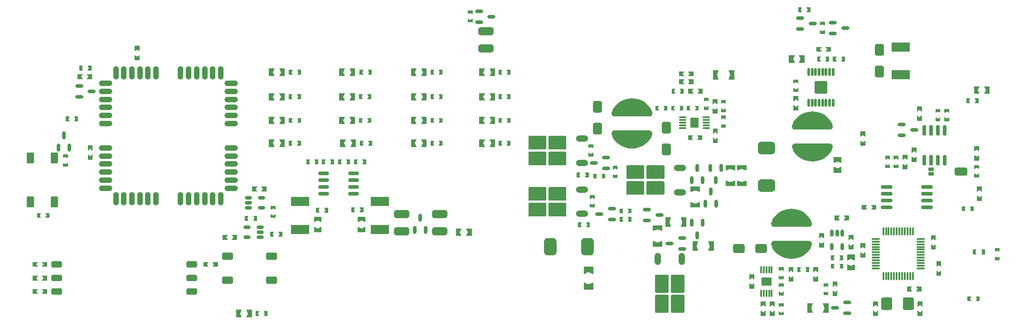
<source format=gtp>
G04*
G04 #@! TF.GenerationSoftware,Altium Limited,Altium Designer,18.1.7 (191)*
G04*
G04 Layer_Color=8421504*
%FSLAX24Y24*%
%MOIN*%
G70*
G01*
G75*
G04:AMPARAMS|DCode=23|XSize=96.5mil|YSize=90.6mil|CornerRadius=9.1mil|HoleSize=0mil|Usage=FLASHONLY|Rotation=90.000|XOffset=0mil|YOffset=0mil|HoleType=Round|Shape=RoundedRectangle|*
%AMROUNDEDRECTD23*
21,1,0.0965,0.0724,0,0,90.0*
21,1,0.0783,0.0906,0,0,90.0*
1,1,0.0181,0.0362,0.0392*
1,1,0.0181,0.0362,-0.0392*
1,1,0.0181,-0.0362,-0.0392*
1,1,0.0181,-0.0362,0.0392*
%
%ADD23ROUNDEDRECTD23*%
G04:AMPARAMS|DCode=24|XSize=82.7mil|YSize=55.1mil|CornerRadius=13.8mil|HoleSize=0mil|Usage=FLASHONLY|Rotation=90.000|XOffset=0mil|YOffset=0mil|HoleType=Round|Shape=RoundedRectangle|*
%AMROUNDEDRECTD24*
21,1,0.0827,0.0276,0,0,90.0*
21,1,0.0551,0.0551,0,0,90.0*
1,1,0.0276,0.0138,0.0276*
1,1,0.0276,0.0138,-0.0276*
1,1,0.0276,-0.0138,-0.0276*
1,1,0.0276,-0.0138,0.0276*
%
%ADD24ROUNDEDRECTD24*%
%ADD25O,0.0591X0.0281*%
%ADD26O,0.0800X0.0295*%
%ADD27R,0.1339X0.0709*%
G04:AMPARAMS|DCode=28|XSize=86.6mil|YSize=68.9mil|CornerRadius=17.2mil|HoleSize=0mil|Usage=FLASHONLY|Rotation=270.000|XOffset=0mil|YOffset=0mil|HoleType=Round|Shape=RoundedRectangle|*
%AMROUNDEDRECTD28*
21,1,0.0866,0.0344,0,0,270.0*
21,1,0.0522,0.0689,0,0,270.0*
1,1,0.0344,-0.0172,-0.0261*
1,1,0.0344,-0.0172,0.0261*
1,1,0.0344,0.0172,0.0261*
1,1,0.0344,0.0172,-0.0261*
%
%ADD28ROUNDEDRECTD28*%
%ADD29O,0.0281X0.0591*%
G04:AMPARAMS|DCode=30|XSize=110.2mil|YSize=59.1mil|CornerRadius=14.8mil|HoleSize=0mil|Usage=FLASHONLY|Rotation=0.000|XOffset=0mil|YOffset=0mil|HoleType=Round|Shape=RoundedRectangle|*
%AMROUNDEDRECTD30*
21,1,0.1102,0.0295,0,0,0.0*
21,1,0.0807,0.0591,0,0,0.0*
1,1,0.0295,0.0404,-0.0148*
1,1,0.0295,-0.0404,-0.0148*
1,1,0.0295,-0.0404,0.0148*
1,1,0.0295,0.0404,0.0148*
%
%ADD30ROUNDEDRECTD30*%
G04:AMPARAMS|DCode=31|XSize=82.7mil|YSize=55.1mil|CornerRadius=13.8mil|HoleSize=0mil|Usage=FLASHONLY|Rotation=0.000|XOffset=0mil|YOffset=0mil|HoleType=Round|Shape=RoundedRectangle|*
%AMROUNDEDRECTD31*
21,1,0.0827,0.0276,0,0,0.0*
21,1,0.0551,0.0551,0,0,0.0*
1,1,0.0276,0.0276,-0.0138*
1,1,0.0276,-0.0276,-0.0138*
1,1,0.0276,-0.0276,0.0138*
1,1,0.0276,0.0276,0.0138*
%
%ADD31ROUNDEDRECTD31*%
%ADD32O,0.0531X0.0236*%
%ADD33O,0.0984X0.0433*%
%ADD34O,0.0433X0.0984*%
%ADD35O,0.0177X0.0591*%
G04:AMPARAMS|DCode=36|XSize=128mil|YSize=90.6mil|CornerRadius=22.6mil|HoleSize=0mil|Usage=FLASHONLY|Rotation=180.000|XOffset=0mil|YOffset=0mil|HoleType=Round|Shape=RoundedRectangle|*
%AMROUNDEDRECTD36*
21,1,0.1280,0.0453,0,0,180.0*
21,1,0.0827,0.0906,0,0,180.0*
1,1,0.0453,-0.0413,0.0226*
1,1,0.0453,0.0413,0.0226*
1,1,0.0453,0.0413,-0.0226*
1,1,0.0453,-0.0413,-0.0226*
%
%ADD36ROUNDEDRECTD36*%
%ADD37O,0.0850X0.0295*%
%ADD38O,0.0236X0.0531*%
G04:AMPARAMS|DCode=39|XSize=43.3mil|YSize=23.6mil|CornerRadius=5.9mil|HoleSize=0mil|Usage=FLASHONLY|Rotation=0.000|XOffset=0mil|YOffset=0mil|HoleType=Round|Shape=RoundedRectangle|*
%AMROUNDEDRECTD39*
21,1,0.0433,0.0118,0,0,0.0*
21,1,0.0315,0.0236,0,0,0.0*
1,1,0.0118,0.0157,-0.0059*
1,1,0.0118,-0.0157,-0.0059*
1,1,0.0118,-0.0157,0.0059*
1,1,0.0118,0.0157,0.0059*
%
%ADD39ROUNDEDRECTD39*%
G04:AMPARAMS|DCode=40|XSize=94.5mil|YSize=59.1mil|CornerRadius=14.8mil|HoleSize=0mil|Usage=FLASHONLY|Rotation=0.000|XOffset=0mil|YOffset=0mil|HoleType=Round|Shape=RoundedRectangle|*
%AMROUNDEDRECTD40*
21,1,0.0945,0.0295,0,0,0.0*
21,1,0.0650,0.0591,0,0,0.0*
1,1,0.0295,0.0325,-0.0148*
1,1,0.0295,-0.0325,-0.0148*
1,1,0.0295,-0.0325,0.0148*
1,1,0.0295,0.0325,0.0148*
%
%ADD40ROUNDEDRECTD40*%
%ADD41O,0.0295X0.0800*%
%ADD42O,0.0630X0.0118*%
%ADD43O,0.0118X0.0630*%
G04:AMPARAMS|DCode=44|XSize=90.6mil|YSize=82.7mil|CornerRadius=12.4mil|HoleSize=0mil|Usage=FLASHONLY|Rotation=90.000|XOffset=0mil|YOffset=0mil|HoleType=Round|Shape=RoundedRectangle|*
%AMROUNDEDRECTD44*
21,1,0.0906,0.0579,0,0,90.0*
21,1,0.0657,0.0827,0,0,90.0*
1,1,0.0248,0.0289,0.0329*
1,1,0.0248,0.0289,-0.0329*
1,1,0.0248,-0.0289,-0.0329*
1,1,0.0248,-0.0289,0.0329*
%
%ADD44ROUNDEDRECTD44*%
%ADD45O,0.0906X0.0454*%
%ADD46O,0.0571X0.0118*%
%ADD47R,0.0610X0.0728*%
G04:AMPARAMS|DCode=48|XSize=86.6mil|YSize=68.9mil|CornerRadius=17.2mil|HoleSize=0mil|Usage=FLASHONLY|Rotation=0.000|XOffset=0mil|YOffset=0mil|HoleType=Round|Shape=RoundedRectangle|*
%AMROUNDEDRECTD48*
21,1,0.0866,0.0344,0,0,0.0*
21,1,0.0522,0.0689,0,0,0.0*
1,1,0.0344,0.0261,-0.0172*
1,1,0.0344,-0.0261,-0.0172*
1,1,0.0344,-0.0261,0.0172*
1,1,0.0344,0.0261,0.0172*
%
%ADD48ROUNDEDRECTD48*%
%ADD49O,0.0118X0.0571*%
%ADD50R,0.0728X0.0610*%
%ADD51O,0.0454X0.0906*%
G04:AMPARAMS|DCode=52|XSize=128mil|YSize=90.6mil|CornerRadius=22.6mil|HoleSize=0mil|Usage=FLASHONLY|Rotation=90.000|XOffset=0mil|YOffset=0mil|HoleType=Round|Shape=RoundedRectangle|*
%AMROUNDEDRECTD52*
21,1,0.1280,0.0453,0,0,90.0*
21,1,0.0827,0.0906,0,0,90.0*
1,1,0.0453,0.0226,0.0413*
1,1,0.0453,0.0226,-0.0413*
1,1,0.0453,-0.0226,-0.0413*
1,1,0.0453,-0.0226,0.0413*
%
%ADD52ROUNDEDRECTD52*%
G04:AMPARAMS|DCode=53|XSize=78.7mil|YSize=47.2mil|CornerRadius=11.8mil|HoleSize=0mil|Usage=FLASHONLY|Rotation=0.000|XOffset=0mil|YOffset=0mil|HoleType=Round|Shape=RoundedRectangle|*
%AMROUNDEDRECTD53*
21,1,0.0787,0.0236,0,0,0.0*
21,1,0.0551,0.0472,0,0,0.0*
1,1,0.0236,0.0276,-0.0118*
1,1,0.0236,-0.0276,-0.0118*
1,1,0.0236,-0.0276,0.0118*
1,1,0.0236,0.0276,0.0118*
%
%ADD53ROUNDEDRECTD53*%
G36*
X66545Y41634D02*
X66269D01*
X66348Y41811D01*
X66269Y41988D01*
X66545D01*
Y41634D01*
D02*
G37*
G36*
X65856Y41811D02*
X65935Y41634D01*
X65659D01*
Y41988D01*
X65935D01*
X65856Y41811D01*
D02*
G37*
G36*
X41713Y41496D02*
X41535Y41575D01*
X41358Y41496D01*
Y41772D01*
X41713D01*
Y41496D01*
D02*
G37*
G36*
Y40886D02*
X41358D01*
Y41162D01*
X41535Y41083D01*
X41713Y41162D01*
Y40886D01*
D02*
G37*
G36*
X67612Y40661D02*
X67435Y40739D01*
X67258Y40661D01*
Y40936D01*
X67612D01*
Y40661D01*
D02*
G37*
G36*
Y40051D02*
X67258D01*
Y40326D01*
X67435Y40247D01*
X67612Y40326D01*
Y40051D01*
D02*
G37*
G36*
X17224Y38760D02*
X17047Y38878D01*
X16870Y38760D01*
Y39154D01*
X17224D01*
Y38760D01*
D02*
G37*
G36*
X68051Y38720D02*
X67657D01*
X67776Y38898D01*
X67657Y39075D01*
X68051D01*
Y38720D01*
D02*
G37*
G36*
X67264Y38898D02*
X67382Y38720D01*
X66988D01*
Y39075D01*
X67382D01*
X67264Y38898D01*
D02*
G37*
G36*
X17224Y38091D02*
X16870D01*
Y38484D01*
X17047Y38366D01*
X17224Y38484D01*
Y38091D01*
D02*
G37*
G36*
X69086Y38012D02*
X68811D01*
X68889Y38189D01*
X68811Y38366D01*
X69086D01*
Y38012D01*
D02*
G37*
G36*
X68397Y38189D02*
X68476Y38012D01*
X68201D01*
Y38366D01*
X68476D01*
X68397Y38189D01*
D02*
G37*
G36*
X67923Y38012D02*
X67648D01*
X67726Y38189D01*
X67648Y38366D01*
X67923D01*
Y38012D01*
D02*
G37*
G36*
X67234Y38189D02*
X67313Y38012D01*
X67038D01*
Y38366D01*
X67313D01*
X67234Y38189D01*
D02*
G37*
G36*
X66132Y37904D02*
X65679D01*
X65807Y38189D01*
X65679Y38474D01*
X66132D01*
Y37904D01*
D02*
G37*
G36*
X65295Y38189D02*
X65423Y37904D01*
X64970D01*
Y38474D01*
X65423D01*
X65295Y38189D01*
D02*
G37*
G36*
X13671Y37343D02*
X13395D01*
X13474Y37520D01*
X13395Y37697D01*
X13671D01*
Y37343D01*
D02*
G37*
G36*
X12982Y37520D02*
X13061Y37343D01*
X12785D01*
Y37697D01*
X13061D01*
X12982Y37520D01*
D02*
G37*
G36*
X44498Y37039D02*
X44222D01*
X44301Y37217D01*
X44222Y37394D01*
X44498D01*
Y37039D01*
D02*
G37*
G36*
X43809Y37217D02*
X43888Y37039D01*
X43612D01*
Y37394D01*
X43888D01*
X43809Y37217D01*
D02*
G37*
G36*
X39498Y37039D02*
X39222D01*
X39301Y37217D01*
X39222Y37394D01*
X39498D01*
Y37039D01*
D02*
G37*
G36*
X38809Y37217D02*
X38888Y37039D01*
X38612D01*
Y37394D01*
X38888D01*
X38809Y37217D01*
D02*
G37*
G36*
X34281Y37039D02*
X34006D01*
X34084Y37217D01*
X34006Y37394D01*
X34281D01*
Y37039D01*
D02*
G37*
G36*
X33593Y37217D02*
X33671Y37039D01*
X33396D01*
Y37394D01*
X33671D01*
X33593Y37217D01*
D02*
G37*
G36*
X29084Y37039D02*
X28809D01*
X28888Y37217D01*
X28809Y37394D01*
X29084D01*
Y37039D01*
D02*
G37*
G36*
X28396Y37217D02*
X28474Y37039D01*
X28199D01*
Y37394D01*
X28474D01*
X28396Y37217D01*
D02*
G37*
G36*
X43356Y36941D02*
X42943D01*
X43071Y37217D01*
X42943Y37492D01*
X43356D01*
Y36941D01*
D02*
G37*
G36*
X42480Y37217D02*
X42608Y36941D01*
X42195D01*
Y37492D01*
X42608D01*
X42480Y37217D01*
D02*
G37*
G36*
X38337Y36941D02*
X37923D01*
X38051Y37217D01*
X37923Y37492D01*
X38337D01*
Y36941D01*
D02*
G37*
G36*
X37461Y37217D02*
X37589Y36941D01*
X37175D01*
Y37492D01*
X37589D01*
X37461Y37217D01*
D02*
G37*
G36*
X33061Y36941D02*
X32648D01*
X32776Y37217D01*
X32648Y37492D01*
X33061D01*
Y36941D01*
D02*
G37*
G36*
X32185Y37217D02*
X32313Y36941D01*
X31900D01*
Y37492D01*
X32313D01*
X32185Y37217D01*
D02*
G37*
G36*
X27894Y36941D02*
X27480D01*
X27608Y37217D01*
X27480Y37492D01*
X27894D01*
Y36941D01*
D02*
G37*
G36*
X27018Y37217D02*
X27146Y36941D01*
X26732D01*
Y37492D01*
X27146D01*
X27018Y37217D01*
D02*
G37*
G36*
X57943Y36929D02*
X57549D01*
X57667Y37106D01*
X57549Y37283D01*
X57943D01*
Y36929D01*
D02*
G37*
G36*
X57156Y37106D02*
X57274Y36929D01*
X56880D01*
Y37283D01*
X57274D01*
X57156Y37106D01*
D02*
G37*
G36*
X13720Y36713D02*
X13327D01*
X13445Y36890D01*
X13327Y37067D01*
X13720D01*
Y36713D01*
D02*
G37*
G36*
X12933Y36890D02*
X13051Y36713D01*
X12657D01*
Y37067D01*
X13051D01*
X12933Y36890D01*
D02*
G37*
G36*
X60945Y36683D02*
X60532D01*
X60650Y37028D01*
X60532Y37372D01*
X60945D01*
Y36683D01*
D02*
G37*
G36*
X59685Y37028D02*
X59803Y36683D01*
X59390D01*
Y37372D01*
X59803D01*
X59685Y37028D01*
D02*
G37*
G36*
X65650Y36388D02*
X65472Y36466D01*
X65295Y36388D01*
Y36663D01*
X65650D01*
Y36388D01*
D02*
G37*
G36*
X57946Y36334D02*
X57552D01*
X57670Y36511D01*
X57552Y36688D01*
X57946D01*
Y36334D01*
D02*
G37*
G36*
X57158Y36511D02*
X57277Y36334D01*
X56883D01*
Y36688D01*
X57277D01*
X57158Y36511D01*
D02*
G37*
G36*
X65650Y35778D02*
X65295D01*
Y36053D01*
X65472Y35974D01*
X65650Y36053D01*
Y35778D01*
D02*
G37*
G36*
X58632Y35650D02*
X58238D01*
X58356Y35827D01*
X58238Y36004D01*
X58632D01*
Y35650D01*
D02*
G37*
G36*
X57844Y35827D02*
X57963Y35650D01*
X57569D01*
Y36004D01*
X57963D01*
X57844Y35827D01*
D02*
G37*
G36*
X57224Y35650D02*
X56949D01*
X57028Y35827D01*
X56949Y36004D01*
X57224D01*
Y35650D01*
D02*
G37*
G36*
X56536Y35827D02*
X56614Y35650D01*
X56339D01*
Y36004D01*
X56614D01*
X56536Y35827D01*
D02*
G37*
G36*
X79734Y35630D02*
X79321D01*
X79449Y35906D01*
X79321Y36181D01*
X79734D01*
Y35630D01*
D02*
G37*
G36*
X78858Y35906D02*
X78986Y35630D01*
X78573D01*
Y36181D01*
X78986D01*
X78858Y35906D01*
D02*
G37*
G36*
X44498Y35236D02*
X44222D01*
X44301Y35413D01*
X44222Y35591D01*
X44498D01*
Y35236D01*
D02*
G37*
G36*
X43809Y35413D02*
X43888Y35236D01*
X43612D01*
Y35591D01*
X43888D01*
X43809Y35413D01*
D02*
G37*
G36*
X39498Y35236D02*
X39222D01*
X39301Y35413D01*
X39222Y35591D01*
X39498D01*
Y35236D01*
D02*
G37*
G36*
X38809Y35413D02*
X38888Y35236D01*
X38612D01*
Y35591D01*
X38888D01*
X38809Y35413D01*
D02*
G37*
G36*
X34242Y35236D02*
X33966D01*
X34045Y35413D01*
X33966Y35591D01*
X34242D01*
Y35236D01*
D02*
G37*
G36*
X33553Y35413D02*
X33632Y35236D01*
X33356D01*
Y35591D01*
X33632D01*
X33553Y35413D01*
D02*
G37*
G36*
X29075Y35236D02*
X28799D01*
X28878Y35413D01*
X28799Y35591D01*
X29075D01*
Y35236D01*
D02*
G37*
G36*
X28386Y35413D02*
X28465Y35236D01*
X28189D01*
Y35591D01*
X28465D01*
X28386Y35413D01*
D02*
G37*
G36*
X43356Y35130D02*
X42943D01*
X43071Y35406D01*
X42943Y35681D01*
X43356D01*
Y35130D01*
D02*
G37*
G36*
X42480Y35406D02*
X42608Y35130D01*
X42195D01*
Y35681D01*
X42608D01*
X42480Y35406D01*
D02*
G37*
G36*
X38337Y35130D02*
X37923D01*
X38051Y35406D01*
X37923Y35681D01*
X38337D01*
Y35130D01*
D02*
G37*
G36*
X37461Y35406D02*
X37589Y35130D01*
X37175D01*
Y35681D01*
X37589D01*
X37461Y35406D01*
D02*
G37*
G36*
X33061Y35130D02*
X32648D01*
X32776Y35406D01*
X32648Y35681D01*
X33061D01*
Y35130D01*
D02*
G37*
G36*
X32185Y35406D02*
X32313Y35130D01*
X31900D01*
Y35681D01*
X32313D01*
X32185Y35406D01*
D02*
G37*
G36*
X27894Y35130D02*
X27480D01*
X27608Y35406D01*
X27480Y35681D01*
X27894D01*
Y35130D01*
D02*
G37*
G36*
X27018Y35406D02*
X27146Y35130D01*
X26732D01*
Y35681D01*
X27146D01*
X27018Y35406D01*
D02*
G37*
G36*
X65650Y35069D02*
X65472Y35187D01*
X65295Y35069D01*
Y35463D01*
X65650D01*
Y35069D01*
D02*
G37*
G36*
X59065Y35056D02*
X58888Y35135D01*
X58711Y35056D01*
Y35332D01*
X59065D01*
Y35056D01*
D02*
G37*
G36*
X78907Y34941D02*
X78632D01*
X78710Y35118D01*
X78632Y35295D01*
X78907D01*
Y34941D01*
D02*
G37*
G36*
X78218Y35118D02*
X78297Y34941D01*
X78022D01*
Y35295D01*
X78297D01*
X78218Y35118D01*
D02*
G37*
G36*
X60335Y34889D02*
X60157Y34968D01*
X59980Y34889D01*
Y35165D01*
X60335D01*
Y34889D01*
D02*
G37*
G36*
X59705Y34850D02*
X59528Y34968D01*
X59350Y34850D01*
Y35243D01*
X59705D01*
Y34850D01*
D02*
G37*
G36*
X65650Y34400D02*
X65295D01*
Y34793D01*
X65472Y34675D01*
X65650Y34793D01*
Y34400D01*
D02*
G37*
G36*
X59065Y34446D02*
X58711D01*
Y34722D01*
X58888Y34643D01*
X59065Y34722D01*
Y34446D01*
D02*
G37*
G36*
X60335Y34279D02*
X59980D01*
Y34555D01*
X60157Y34476D01*
X60335Y34555D01*
Y34279D01*
D02*
G37*
G36*
X59705Y34180D02*
X59350D01*
Y34574D01*
X59528Y34456D01*
X59705Y34574D01*
Y34180D01*
D02*
G37*
G36*
X58337Y34390D02*
X58061D01*
X58140Y34567D01*
X58061Y34744D01*
X58337D01*
Y34390D01*
D02*
G37*
G36*
X57648Y34567D02*
X57727Y34390D01*
X57451D01*
Y34744D01*
X57727D01*
X57648Y34567D01*
D02*
G37*
G36*
X57190Y34390D02*
X56914D01*
X56993Y34567D01*
X56914Y34744D01*
X57190D01*
Y34390D01*
D02*
G37*
G36*
X56501Y34567D02*
X56580Y34390D01*
X56304D01*
Y34744D01*
X56580D01*
X56501Y34567D01*
D02*
G37*
G36*
X56024Y34390D02*
X55748D01*
X55827Y34567D01*
X55748Y34744D01*
X56024D01*
Y34390D01*
D02*
G37*
G36*
X55335Y34567D02*
X55414Y34390D01*
X55138D01*
Y34744D01*
X55414D01*
X55335Y34567D01*
D02*
G37*
G36*
X74744Y34311D02*
X74567Y34429D01*
X74390Y34311D01*
Y34705D01*
X74744D01*
Y34311D01*
D02*
G37*
G36*
X76756Y34222D02*
X76579Y34301D01*
X76402Y34222D01*
Y34498D01*
X76756D01*
Y34222D01*
D02*
G37*
G36*
X76101D02*
X75924Y34301D01*
X75747Y34222D01*
Y34498D01*
X76101D01*
Y34222D01*
D02*
G37*
G36*
X53648Y35272D02*
X53866Y35228D01*
X54076Y35155D01*
X54275Y35055D01*
X54459Y34930D01*
X54625Y34780D01*
X54627Y34778D01*
X54733Y34652D01*
X54817Y34510D01*
X54878Y34357D01*
X54920Y34223D01*
X54929Y34150D01*
X54910Y34079D01*
X54866Y34020D01*
X54804Y33981D01*
X54732Y33967D01*
X52126D01*
X52052Y33981D01*
X51988Y34022D01*
X51943Y34083D01*
X51924Y34156D01*
X51933Y34231D01*
X51973Y34360D01*
X52034Y34511D01*
X52117Y34651D01*
X52221Y34776D01*
X52225Y34780D01*
X52391Y34930D01*
X52575Y35055D01*
X52774Y35155D01*
X52985Y35228D01*
X53203Y35272D01*
X53425Y35287D01*
X53648Y35272D01*
D02*
G37*
G36*
X74744Y33642D02*
X74390D01*
Y34035D01*
X74567Y33917D01*
X74744Y34035D01*
Y33642D01*
D02*
G37*
G36*
X76756Y33612D02*
X76402D01*
Y33888D01*
X76579Y33809D01*
X76756Y33888D01*
Y33612D01*
D02*
G37*
G36*
X76101D02*
X75747D01*
Y33888D01*
X75924Y33809D01*
X76101Y33888D01*
Y33612D01*
D02*
G37*
G36*
X60335Y33750D02*
X60157Y33829D01*
X59980Y33750D01*
Y34026D01*
X60335D01*
Y33750D01*
D02*
G37*
G36*
X12687Y33602D02*
X12411D01*
X12490Y33780D01*
X12411Y33957D01*
X12687D01*
Y33602D01*
D02*
G37*
G36*
X11998Y33780D02*
X12077Y33602D01*
X11801D01*
Y33957D01*
X12077D01*
X11998Y33780D01*
D02*
G37*
G36*
X44498Y33488D02*
X44222D01*
X44301Y33665D01*
X44222Y33843D01*
X44498D01*
Y33488D01*
D02*
G37*
G36*
X43809Y33665D02*
X43888Y33488D01*
X43612D01*
Y33843D01*
X43888D01*
X43809Y33665D01*
D02*
G37*
G36*
X39498Y33488D02*
X39222D01*
X39301Y33665D01*
X39222Y33843D01*
X39498D01*
Y33488D01*
D02*
G37*
G36*
X38809Y33665D02*
X38888Y33488D01*
X38612D01*
Y33843D01*
X38888D01*
X38809Y33665D01*
D02*
G37*
G36*
X34242Y33488D02*
X33966D01*
X34045Y33665D01*
X33966Y33843D01*
X34242D01*
Y33488D01*
D02*
G37*
G36*
X33553Y33665D02*
X33632Y33488D01*
X33356D01*
Y33843D01*
X33632D01*
X33553Y33665D01*
D02*
G37*
G36*
X29085Y33488D02*
X28809D01*
X28888Y33665D01*
X28809Y33843D01*
X29085D01*
Y33488D01*
D02*
G37*
G36*
X28396Y33665D02*
X28475Y33488D01*
X28199D01*
Y33843D01*
X28475D01*
X28396Y33665D01*
D02*
G37*
G36*
X43356Y33390D02*
X42943D01*
X43071Y33665D01*
X42943Y33941D01*
X43356D01*
Y33390D01*
D02*
G37*
G36*
X42480Y33665D02*
X42608Y33390D01*
X42195D01*
Y33941D01*
X42608D01*
X42480Y33665D01*
D02*
G37*
G36*
X38337Y33390D02*
X37923D01*
X38051Y33665D01*
X37923Y33941D01*
X38337D01*
Y33390D01*
D02*
G37*
G36*
X37461Y33665D02*
X37589Y33390D01*
X37175D01*
Y33941D01*
X37589D01*
X37461Y33665D01*
D02*
G37*
G36*
X33061Y33390D02*
X32648D01*
X32776Y33665D01*
X32648Y33941D01*
X33061D01*
Y33390D01*
D02*
G37*
G36*
X32185Y33665D02*
X32313Y33390D01*
X31900D01*
Y33941D01*
X32313D01*
X32185Y33665D01*
D02*
G37*
G36*
X27894Y33390D02*
X27480D01*
X27608Y33665D01*
X27480Y33941D01*
X27894D01*
Y33390D01*
D02*
G37*
G36*
X27018Y33665D02*
X27146Y33390D01*
X26732D01*
Y33941D01*
X27146D01*
X27018Y33665D01*
D02*
G37*
G36*
X60335Y33140D02*
X59980D01*
Y33416D01*
X60157Y33337D01*
X60335Y33416D01*
Y33140D01*
D02*
G37*
G36*
X66915Y34308D02*
X67134Y34264D01*
X67344Y34191D01*
X67543Y34091D01*
X67727Y33965D01*
X67893Y33816D01*
X67895Y33814D01*
X68000Y33687D01*
X68085Y33546D01*
X68146Y33393D01*
X68188Y33259D01*
X68196Y33186D01*
X68177Y33115D01*
X68134Y33056D01*
X68072Y33016D01*
X68000Y33003D01*
X65394D01*
X65320Y33017D01*
X65256Y33057D01*
X65211Y33118D01*
X65192Y33191D01*
X65200Y33266D01*
X65241Y33396D01*
X65301Y33547D01*
X65385Y33686D01*
X65489Y33811D01*
X65493Y33816D01*
X65659Y33965D01*
X65843Y34091D01*
X66042Y34191D01*
X66252Y34264D01*
X66471Y34308D01*
X66693Y34323D01*
X66915Y34308D01*
D02*
G37*
G36*
X59732Y32670D02*
X59554Y32788D01*
X59377Y32670D01*
Y33064D01*
X59732D01*
Y32670D01*
D02*
G37*
G36*
X48556Y32524D02*
X48586Y32494D01*
X48603Y32454D01*
X48603Y32432D01*
X48603Y32432D01*
X48603Y31635D01*
X48602Y31613D01*
X48585Y31573D01*
X48554Y31543D01*
X48513Y31527D01*
X48492Y31527D01*
X48492Y31527D01*
X47391Y31527D01*
X47370Y31528D01*
X47330Y31545D01*
X47299Y31576D01*
X47284Y31616D01*
X47284Y31638D01*
X47284Y32433D01*
Y32443D01*
X47288Y32464D01*
X47296Y32483D01*
X47308Y32500D01*
X47315Y32508D01*
X47315Y32508D01*
X47323Y32516D01*
X47341Y32528D01*
X47362Y32537D01*
X47384Y32541D01*
X47395Y32541D01*
X47395Y32541D01*
X48494Y32541D01*
X48516Y32541D01*
X48556Y32524D01*
D02*
G37*
G36*
X70571Y32461D02*
X70394Y32579D01*
X70217Y32461D01*
Y32854D01*
X70571D01*
Y32461D01*
D02*
G37*
G36*
X59732Y32001D02*
X59377D01*
Y32395D01*
X59554Y32277D01*
X59732Y32395D01*
Y32001D01*
D02*
G37*
G36*
X58602Y32224D02*
X58209D01*
X58327Y32402D01*
X58209Y32579D01*
X58602D01*
Y32224D01*
D02*
G37*
G36*
X57815Y32402D02*
X57933Y32224D01*
X57539D01*
Y32579D01*
X57933D01*
X57815Y32402D01*
D02*
G37*
G36*
X70571Y31791D02*
X70217D01*
Y32185D01*
X70394Y32067D01*
X70571Y32185D01*
Y31791D01*
D02*
G37*
G36*
X44498Y31811D02*
X44222D01*
X44301Y31988D01*
X44222Y32165D01*
X44498D01*
Y31811D01*
D02*
G37*
G36*
X43809Y31988D02*
X43888Y31811D01*
X43612D01*
Y32165D01*
X43888D01*
X43809Y31988D01*
D02*
G37*
G36*
X39498Y31811D02*
X39222D01*
X39301Y31988D01*
X39222Y32165D01*
X39498D01*
Y31811D01*
D02*
G37*
G36*
X38809Y31988D02*
X38888Y31811D01*
X38612D01*
Y32165D01*
X38888D01*
X38809Y31988D01*
D02*
G37*
G36*
X34311Y31811D02*
X34035D01*
X34114Y31988D01*
X34035Y32165D01*
X34311D01*
Y31811D01*
D02*
G37*
G36*
X33622Y31988D02*
X33701Y31811D01*
X33425D01*
Y32165D01*
X33701D01*
X33622Y31988D01*
D02*
G37*
G36*
X29075Y31811D02*
X28799D01*
X28878Y31988D01*
X28799Y32165D01*
X29075D01*
Y31811D01*
D02*
G37*
G36*
X28386Y31988D02*
X28465Y31811D01*
X28189D01*
Y32165D01*
X28465D01*
X28386Y31988D01*
D02*
G37*
G36*
X43356Y31713D02*
X42943D01*
X43071Y31988D01*
X42943Y32264D01*
X43356D01*
Y31713D01*
D02*
G37*
G36*
X42480Y31988D02*
X42608Y31713D01*
X42195D01*
Y32264D01*
X42608D01*
X42480Y31988D01*
D02*
G37*
G36*
X38337Y31713D02*
X37923D01*
X38051Y31988D01*
X37923Y32264D01*
X38337D01*
Y31713D01*
D02*
G37*
G36*
X37461Y31988D02*
X37589Y31713D01*
X37175D01*
Y32264D01*
X37589D01*
X37461Y31988D01*
D02*
G37*
G36*
X33130Y31713D02*
X32717D01*
X32844Y31988D01*
X32717Y32264D01*
X33130D01*
Y31713D01*
D02*
G37*
G36*
X32254Y31988D02*
X32382Y31713D01*
X31969D01*
Y32264D01*
X32382D01*
X32254Y31988D01*
D02*
G37*
G36*
X27894Y31713D02*
X27480D01*
X27608Y31988D01*
X27480Y32264D01*
X27894D01*
Y31713D01*
D02*
G37*
G36*
X27018Y31988D02*
X27146Y31713D01*
X26732D01*
Y32264D01*
X27146D01*
X27018Y31988D01*
D02*
G37*
G36*
X50571Y31624D02*
X50394Y31703D01*
X50217Y31624D01*
Y31899D01*
X50571D01*
Y31624D01*
D02*
G37*
G36*
X54798Y32908D02*
X54862Y32868D01*
X54907Y32807D01*
X54926Y32734D01*
X54918Y32659D01*
X54877Y32529D01*
X54817Y32379D01*
X54733Y32239D01*
X54629Y32114D01*
X54625Y32109D01*
X54459Y31960D01*
X54275Y31835D01*
X54076Y31734D01*
X53866Y31662D01*
X53647Y31617D01*
X53425Y31602D01*
X53203Y31617D01*
X52985Y31662D01*
X52774Y31734D01*
X52575Y31835D01*
X52391Y31960D01*
X52225Y32109D01*
X52223Y32112D01*
X52118Y32238D01*
X52034Y32380D01*
X51972Y32532D01*
X51930Y32667D01*
X51922Y32739D01*
X51941Y32810D01*
X51984Y32870D01*
X52046Y32909D01*
X52118Y32922D01*
X54724D01*
X54798Y32908D01*
D02*
G37*
G36*
X45919Y32541D02*
X47019D01*
X47041Y32540D01*
X47081Y32523D01*
X47111Y32492D01*
X47127Y32451D01*
X47126Y32430D01*
X47126Y32430D01*
X47126Y31635D01*
Y31625D01*
X47122Y31604D01*
X47114Y31585D01*
X47103Y31567D01*
X47095Y31560D01*
X47095Y31560D01*
X47087Y31552D01*
X47069Y31540D01*
X47048Y31531D01*
X47027Y31527D01*
X47015Y31527D01*
X47015Y31527D01*
X45916Y31527D01*
X45895Y31527D01*
X45855Y31543D01*
X45824Y31574D01*
X45807Y31614D01*
X45807Y31636D01*
X45807Y31636D01*
X45807Y32433D01*
X45808Y32455D01*
X45825Y32495D01*
X45856Y32525D01*
X45897Y32541D01*
X45919Y32541D01*
D02*
G37*
G36*
X13760Y31437D02*
X13583Y31555D01*
X13406Y31437D01*
Y31831D01*
X13760D01*
Y31437D01*
D02*
G37*
G36*
X78957Y31388D02*
X78780Y31506D01*
X78602Y31388D01*
Y31781D01*
X78957D01*
Y31388D01*
D02*
G37*
G36*
X74350Y31280D02*
X74173Y31398D01*
X73996Y31280D01*
Y31673D01*
X74350D01*
Y31280D01*
D02*
G37*
G36*
X50571Y31014D02*
X50217D01*
Y31289D01*
X50394Y31211D01*
X50571Y31289D01*
Y31014D01*
D02*
G37*
G36*
X13760Y30768D02*
X13406D01*
Y31161D01*
X13583Y31043D01*
X13760Y31161D01*
Y30768D01*
D02*
G37*
G36*
X78957Y30719D02*
X78602D01*
Y31112D01*
X78780Y30994D01*
X78957Y31112D01*
Y30719D01*
D02*
G37*
G36*
X11939Y30886D02*
X11762Y30965D01*
X11585Y30886D01*
Y31161D01*
X11939D01*
Y30886D01*
D02*
G37*
G36*
X74350Y30610D02*
X73996D01*
Y31004D01*
X74173Y30886D01*
X74350Y31004D01*
Y30610D01*
D02*
G37*
G36*
X73024Y30784D02*
X72846Y30863D01*
X72669Y30784D01*
Y31059D01*
X73024D01*
Y30784D01*
D02*
G37*
G36*
X72394D02*
X72217Y30863D01*
X72039Y30784D01*
Y31059D01*
X72394D01*
Y30784D01*
D02*
G37*
G36*
X73681Y30754D02*
X73504Y30872D01*
X73327Y30754D01*
Y31148D01*
X73681D01*
Y30754D01*
D02*
G37*
G36*
X68066Y31944D02*
X68130Y31903D01*
X68175Y31843D01*
X68194Y31769D01*
X68185Y31694D01*
X68145Y31565D01*
X68084Y31414D01*
X68001Y31274D01*
X67897Y31149D01*
X67893Y31145D01*
X67727Y30996D01*
X67543Y30870D01*
X67344Y30770D01*
X67134Y30697D01*
X66915Y30653D01*
X66693Y30638D01*
X66471Y30653D01*
X66252Y30697D01*
X66042Y30770D01*
X65843Y30870D01*
X65659Y30996D01*
X65493Y31145D01*
X65491Y31147D01*
X65386Y31274D01*
X65301Y31415D01*
X65240Y31568D01*
X65198Y31702D01*
X65190Y31775D01*
X65208Y31846D01*
X65252Y31905D01*
X65314Y31944D01*
X65386Y31958D01*
X67992D01*
X68066Y31944D01*
D02*
G37*
G36*
X68829Y30522D02*
X68543Y30650D01*
X68258Y30522D01*
Y30974D01*
X68829D01*
Y30522D01*
D02*
G37*
G36*
X11939Y30276D02*
X11585D01*
Y30551D01*
X11762Y30473D01*
X11939Y30551D01*
Y30276D01*
D02*
G37*
G36*
X33878Y30439D02*
X33602D01*
X33681Y30617D01*
X33602Y30794D01*
X33878D01*
Y30439D01*
D02*
G37*
G36*
X33189Y30617D02*
X33268Y30439D01*
X32992D01*
Y30794D01*
X33268D01*
X33189Y30617D01*
D02*
G37*
G36*
X32697Y30439D02*
X32421D01*
X32500Y30617D01*
X32421Y30794D01*
X32697D01*
Y30439D01*
D02*
G37*
G36*
X32008Y30617D02*
X32087Y30439D01*
X31811D01*
Y30794D01*
X32087D01*
X32008Y30617D01*
D02*
G37*
G36*
X31506Y30439D02*
X31230D01*
X31309Y30617D01*
X31230Y30794D01*
X31506D01*
Y30439D01*
D02*
G37*
G36*
X30817Y30617D02*
X30896Y30439D01*
X30620D01*
Y30794D01*
X30896D01*
X30817Y30617D01*
D02*
G37*
G36*
X30364Y30439D02*
X30088D01*
X30167Y30617D01*
X30088Y30794D01*
X30364D01*
Y30439D01*
D02*
G37*
G36*
X29675Y30617D02*
X29754Y30439D01*
X29478D01*
Y30794D01*
X29754D01*
X29675Y30617D01*
D02*
G37*
G36*
X55760Y30355D02*
X55791Y30324D01*
X55807Y30284D01*
X55807Y30263D01*
X55807Y30263D01*
X55807Y29465D01*
X55807Y29444D01*
X55790Y29404D01*
X55759Y29373D01*
X55718Y29357D01*
X55696Y29358D01*
X55696Y29358D01*
X54596Y29358D01*
X54574Y29358D01*
X54534Y29375D01*
X54504Y29406D01*
X54488Y29447D01*
X54489Y29469D01*
X54489Y30263D01*
Y30274D01*
X54493Y30294D01*
X54501Y30313D01*
X54512Y30331D01*
X54520Y30338D01*
X54520Y30338D01*
X54528Y30346D01*
X54546Y30358D01*
X54567Y30367D01*
X54588Y30371D01*
X54600Y30371D01*
X54600Y30371D01*
X55699Y30371D01*
X55720Y30371D01*
X55760Y30355D01*
D02*
G37*
G36*
X73024Y30174D02*
X72669D01*
Y30449D01*
X72846Y30371D01*
X73024Y30449D01*
Y30174D01*
D02*
G37*
G36*
X72394D02*
X72039D01*
Y30449D01*
X72217Y30371D01*
X72394Y30449D01*
Y30174D01*
D02*
G37*
G36*
X73681Y30085D02*
X73327D01*
Y30479D01*
X73504Y30361D01*
X73681Y30479D01*
Y30085D01*
D02*
G37*
G36*
X47395Y31370D02*
X48495D01*
X48517Y31370D01*
X48557Y31352D01*
X48587Y31321D01*
X48603Y31281D01*
X48602Y31259D01*
X48602Y31259D01*
X48602Y30464D01*
Y30454D01*
X48598Y30433D01*
X48590Y30414D01*
X48579Y30397D01*
X48571Y30389D01*
X48571Y30389D01*
X48563Y30382D01*
X48545Y30369D01*
X48524Y30361D01*
X48503Y30356D01*
X48491Y30356D01*
X48491Y30356D01*
X47392Y30356D01*
X47371Y30356D01*
X47331Y30373D01*
X47300Y30403D01*
X47284Y30443D01*
X47284Y30465D01*
X47284Y30465D01*
X47284Y31262D01*
X47284Y31284D01*
X47301Y31324D01*
X47332Y31354D01*
X47373Y31370D01*
X47395Y31370D01*
D02*
G37*
G36*
X45919D02*
X47019D01*
X47041Y31370D01*
X47081Y31352D01*
X47111Y31321D01*
X47127Y31281D01*
X47126Y31259D01*
X47126Y31259D01*
X47126Y30464D01*
Y30454D01*
X47122Y30433D01*
X47114Y30414D01*
X47103Y30397D01*
X47095Y30389D01*
X47095Y30389D01*
X47087Y30382D01*
X47069Y30369D01*
X47048Y30361D01*
X47027Y30356D01*
X47015Y30356D01*
X47015Y30356D01*
X45916Y30356D01*
X45895Y30356D01*
X45855Y30373D01*
X45824Y30403D01*
X45807Y30443D01*
X45807Y30465D01*
X45807Y30465D01*
X45807Y31262D01*
X45808Y31284D01*
X45825Y31324D01*
X45856Y31354D01*
X45897Y31370D01*
X45919Y31370D01*
D02*
G37*
G36*
X68829Y29813D02*
X68258D01*
Y30266D01*
X68543Y30138D01*
X68829Y30266D01*
Y29813D01*
D02*
G37*
G36*
X78957Y30088D02*
X78780Y30167D01*
X78602Y30088D01*
Y30364D01*
X78957D01*
Y30088D01*
D02*
G37*
G36*
X52365Y30049D02*
X52188Y30128D01*
X52010Y30049D01*
Y30325D01*
X52365D01*
Y30049D01*
D02*
G37*
G36*
X61841Y29970D02*
X61496Y30089D01*
X61152Y29970D01*
Y30384D01*
X61841D01*
Y29970D01*
D02*
G37*
G36*
X61014D02*
X60669Y30089D01*
X60325Y29970D01*
Y30384D01*
X61014D01*
Y29970D01*
D02*
G37*
G36*
X78957Y29478D02*
X78602D01*
Y29754D01*
X78780Y29675D01*
X78957Y29754D01*
Y29478D01*
D02*
G37*
G36*
X52365Y29439D02*
X52010D01*
Y29715D01*
X52188Y29636D01*
X52365Y29715D01*
Y29439D01*
D02*
G37*
G36*
X50246Y29469D02*
X49970D01*
X50049Y29646D01*
X49970Y29823D01*
X50246D01*
Y29469D01*
D02*
G37*
G36*
X49557Y29646D02*
X49636Y29469D01*
X49360D01*
Y29823D01*
X49636D01*
X49557Y29646D01*
D02*
G37*
G36*
X51466Y29390D02*
X51191D01*
X51269Y29567D01*
X51191Y29744D01*
X51466D01*
Y29390D01*
D02*
G37*
G36*
X50778Y29567D02*
X50856Y29390D01*
X50581D01*
Y29744D01*
X50856D01*
X50778Y29567D01*
D02*
G37*
G36*
X53123Y30371D02*
X54224D01*
X54245Y30371D01*
X54285Y30353D01*
X54315Y30322D01*
X54331Y30282D01*
X54331Y30260D01*
X54331Y30260D01*
X54331Y29465D01*
Y29455D01*
X54327Y29434D01*
X54319Y29415D01*
X54307Y29398D01*
X54300Y29390D01*
X54300Y29390D01*
X54292Y29382D01*
X54274Y29370D01*
X54253Y29362D01*
X54231Y29357D01*
X54220Y29357D01*
X54220Y29357D01*
X53121Y29357D01*
X53099Y29357D01*
X53059Y29374D01*
X53029Y29404D01*
X53012Y29444D01*
X53012Y29466D01*
X53012Y29466D01*
X53012Y30263D01*
X53013Y30285D01*
X53030Y30325D01*
X53061Y30355D01*
X53101Y30371D01*
X53123Y30371D01*
D02*
G37*
G36*
X61841Y28829D02*
X61152D01*
Y29242D01*
X61496Y29124D01*
X61841Y29242D01*
Y28829D01*
D02*
G37*
G36*
X61014D02*
X60325D01*
Y29242D01*
X60669Y29124D01*
X61014Y29242D01*
Y28829D01*
D02*
G37*
G36*
X48556Y28760D02*
X48586Y28729D01*
X48603Y28689D01*
X48603Y28668D01*
X48603Y28668D01*
X48603Y27870D01*
X48602Y27849D01*
X48585Y27809D01*
X48554Y27778D01*
X48513Y27762D01*
X48492Y27762D01*
X48492Y27762D01*
X47391Y27762D01*
X47370Y27763D01*
X47330Y27780D01*
X47299Y27811D01*
X47284Y27852D01*
X47284Y27874D01*
X47284Y28668D01*
Y28679D01*
X47288Y28699D01*
X47296Y28718D01*
X47308Y28736D01*
X47315Y28743D01*
X47315Y28743D01*
X47323Y28751D01*
X47341Y28763D01*
X47362Y28772D01*
X47384Y28776D01*
X47395Y28776D01*
X47395Y28776D01*
X48494Y28776D01*
X48516Y28776D01*
X48556Y28760D01*
D02*
G37*
G36*
X26555Y28435D02*
X26161D01*
X26280Y28612D01*
X26161Y28789D01*
X26555D01*
Y28435D01*
D02*
G37*
G36*
X25768Y28612D02*
X25886Y28435D01*
X25492D01*
Y28789D01*
X25886D01*
X25768Y28612D01*
D02*
G37*
G36*
X79154Y28406D02*
X78976Y28524D01*
X78799Y28406D01*
Y28799D01*
X79154D01*
Y28406D01*
D02*
G37*
G36*
X58415Y28396D02*
X58071Y28514D01*
X57726Y28396D01*
Y28809D01*
X58415D01*
Y28396D01*
D02*
G37*
G36*
X54599Y29200D02*
X55700D01*
X55721Y29200D01*
X55761Y29183D01*
X55792Y29152D01*
X55807Y29111D01*
X55807Y29089D01*
X55807Y29089D01*
X55807Y28295D01*
Y28284D01*
X55803Y28264D01*
X55795Y28245D01*
X55783Y28227D01*
X55776Y28220D01*
X55776Y28220D01*
X55768Y28212D01*
X55750Y28200D01*
X55729Y28191D01*
X55707Y28187D01*
X55696Y28187D01*
X55696Y28187D01*
X54597Y28187D01*
X54575Y28187D01*
X54535Y28203D01*
X54505Y28234D01*
X54488Y28274D01*
X54488Y28295D01*
X54488Y28295D01*
X54488Y29093D01*
X54489Y29114D01*
X54506Y29154D01*
X54537Y29185D01*
X54577Y29201D01*
X54599Y29200D01*
D02*
G37*
G36*
X53123D02*
X54224D01*
X54245Y29200D01*
X54285Y29183D01*
X54315Y29152D01*
X54331Y29111D01*
X54331Y29089D01*
X54331Y29089D01*
X54331Y28295D01*
Y28284D01*
X54327Y28264D01*
X54319Y28245D01*
X54307Y28227D01*
X54300Y28220D01*
X54300Y28220D01*
X54292Y28212D01*
X54274Y28200D01*
X54253Y28191D01*
X54231Y28187D01*
X54220Y28187D01*
X54220Y28187D01*
X53121Y28187D01*
X53099Y28187D01*
X53059Y28203D01*
X53029Y28234D01*
X53012Y28274D01*
X53012Y28295D01*
X53012Y28295D01*
X53012Y29093D01*
X53013Y29114D01*
X53030Y29154D01*
X53061Y29185D01*
X53101Y29201D01*
X53123Y29200D01*
D02*
G37*
G36*
X79154Y27736D02*
X78799D01*
Y28130D01*
X78976Y28012D01*
X79154Y28130D01*
Y27736D01*
D02*
G37*
G36*
X50689Y27884D02*
X50512Y27962D01*
X50335Y27884D01*
Y28159D01*
X50689D01*
Y27884D01*
D02*
G37*
G36*
X45918Y28776D02*
X47019D01*
X47041Y28776D01*
X47081Y28758D01*
X47111Y28727D01*
X47127Y28687D01*
X47126Y28665D01*
X47126Y28665D01*
X47126Y27870D01*
Y27860D01*
X47122Y27839D01*
X47114Y27820D01*
X47103Y27803D01*
X47095Y27795D01*
X47095Y27795D01*
X47087Y27787D01*
X47069Y27775D01*
X47048Y27767D01*
X47027Y27762D01*
X47015Y27762D01*
X47015Y27762D01*
X45916Y27762D01*
X45895Y27762D01*
X45855Y27779D01*
X45824Y27809D01*
X45807Y27849D01*
X45807Y27871D01*
X45807Y27871D01*
X45807Y28668D01*
X45808Y28690D01*
X45825Y28730D01*
X45856Y28760D01*
X45897Y28776D01*
X45918Y28776D01*
D02*
G37*
G36*
X58415Y27254D02*
X57726D01*
Y27667D01*
X58071Y27549D01*
X58415Y27667D01*
Y27254D01*
D02*
G37*
G36*
X50689Y27274D02*
X50335D01*
Y27549D01*
X50512Y27470D01*
X50689Y27549D01*
Y27274D01*
D02*
G37*
G36*
X27224Y27096D02*
X27047Y27175D01*
X26870Y27096D01*
Y27372D01*
X27224D01*
Y27096D01*
D02*
G37*
G36*
X71398Y27094D02*
X71004D01*
X71122Y27271D01*
X71004Y27448D01*
X71398D01*
Y27094D01*
D02*
G37*
G36*
X70610Y27271D02*
X70728Y27094D01*
X70335D01*
Y27448D01*
X70728D01*
X70610Y27271D01*
D02*
G37*
G36*
X78563Y26988D02*
X78287D01*
X78366Y27165D01*
X78287Y27343D01*
X78563D01*
Y26988D01*
D02*
G37*
G36*
X77874Y27165D02*
X77953Y26988D01*
X77677D01*
Y27343D01*
X77953D01*
X77874Y27165D01*
D02*
G37*
G36*
X33671Y26909D02*
X33396D01*
X33474Y27087D01*
X33396Y27264D01*
X33671D01*
Y26909D01*
D02*
G37*
G36*
X32983Y27087D02*
X33061Y26909D01*
X32786D01*
Y27264D01*
X33061D01*
X32983Y27087D01*
D02*
G37*
G36*
X31073Y26870D02*
X30797D01*
X30876Y27047D01*
X30797Y27224D01*
X31073D01*
Y26870D01*
D02*
G37*
G36*
X30384Y27047D02*
X30463Y26870D01*
X30187D01*
Y27224D01*
X30463D01*
X30384Y27047D01*
D02*
G37*
G36*
X53396Y26821D02*
X53120D01*
X53199Y26998D01*
X53120Y27175D01*
X53396D01*
Y26821D01*
D02*
G37*
G36*
X52707Y26998D02*
X52786Y26821D01*
X52510D01*
Y27175D01*
X52786D01*
X52707Y26998D01*
D02*
G37*
G36*
X27224Y26486D02*
X26870D01*
Y26762D01*
X27047Y26683D01*
X27224Y26762D01*
Y26486D01*
D02*
G37*
G36*
X47395Y27605D02*
X48495D01*
X48517Y27605D01*
X48557Y27588D01*
X48587Y27557D01*
X48603Y27516D01*
X48602Y27494D01*
X48602Y27494D01*
X48602Y26700D01*
Y26689D01*
X48598Y26669D01*
X48590Y26649D01*
X48579Y26632D01*
X48571Y26625D01*
X48571Y26625D01*
X48563Y26617D01*
X48545Y26604D01*
X48524Y26596D01*
X48503Y26592D01*
X48491Y26592D01*
X48491Y26592D01*
X47392Y26592D01*
X47371Y26592D01*
X47331Y26608D01*
X47300Y26639D01*
X47284Y26679D01*
X47284Y26700D01*
X47284Y26700D01*
X47284Y27498D01*
X47284Y27519D01*
X47301Y27559D01*
X47332Y27590D01*
X47373Y27606D01*
X47395Y27605D01*
D02*
G37*
G36*
X45918D02*
X47019D01*
X47041Y27605D01*
X47081Y27588D01*
X47111Y27557D01*
X47127Y27516D01*
X47126Y27494D01*
X47126Y27494D01*
X47126Y26700D01*
Y26689D01*
X47122Y26669D01*
X47114Y26649D01*
X47103Y26632D01*
X47095Y26625D01*
X47095Y26625D01*
X47087Y26617D01*
X47069Y26604D01*
X47048Y26596D01*
X47027Y26592D01*
X47015Y26592D01*
X47015Y26592D01*
X45916Y26592D01*
X45895Y26592D01*
X45855Y26608D01*
X45824Y26639D01*
X45807Y26679D01*
X45807Y26700D01*
X45807Y26700D01*
X45807Y27498D01*
X45808Y27519D01*
X45825Y27559D01*
X45856Y27590D01*
X45897Y27606D01*
X45918Y27605D01*
D02*
G37*
G36*
X10571Y26496D02*
X10295D01*
X10374Y26673D01*
X10295Y26850D01*
X10571D01*
Y26496D01*
D02*
G37*
G36*
X9882Y26673D02*
X9961Y26496D01*
X9685D01*
Y26850D01*
X9961D01*
X9882Y26673D01*
D02*
G37*
G36*
X69390Y26312D02*
X68996D01*
X69114Y26489D01*
X68996Y26667D01*
X69390D01*
Y26312D01*
D02*
G37*
G36*
X68602Y26489D02*
X68720Y26312D01*
X68327D01*
Y26667D01*
X68720D01*
X68602Y26489D01*
D02*
G37*
G36*
X25846Y26280D02*
X25571D01*
X25650Y26457D01*
X25571Y26634D01*
X25846D01*
Y26280D01*
D02*
G37*
G36*
X25158Y26457D02*
X25236Y26280D01*
X24961D01*
Y26634D01*
X25236D01*
X25158Y26457D01*
D02*
G37*
G36*
X53396Y26201D02*
X53120D01*
X53199Y26378D01*
X53120Y26555D01*
X53396D01*
Y26201D01*
D02*
G37*
G36*
X52707Y26378D02*
X52786Y26201D01*
X52510D01*
Y26555D01*
X52786D01*
X52707Y26378D01*
D02*
G37*
G36*
X33819Y26171D02*
X33543Y26299D01*
X33268Y26171D01*
Y26585D01*
X33819D01*
Y26171D01*
D02*
G37*
G36*
X30591D02*
X30315Y26299D01*
X30039Y26171D01*
Y26585D01*
X30591D01*
Y26171D01*
D02*
G37*
G36*
X65380Y27143D02*
X65598Y27098D01*
X65809Y27025D01*
X66008Y26925D01*
X66192Y26800D01*
X66357Y26651D01*
X66360Y26648D01*
X66465Y26522D01*
X66549Y26380D01*
X66610Y26227D01*
X66652Y26093D01*
X66661Y26020D01*
X66642Y25949D01*
X66599Y25890D01*
X66536Y25851D01*
X66464Y25837D01*
X63859D01*
X63784Y25851D01*
X63720Y25892D01*
X63676Y25953D01*
X63656Y26026D01*
X63665Y26101D01*
X63706Y26230D01*
X63766Y26381D01*
X63849Y26521D01*
X63953Y26646D01*
X63958Y26651D01*
X64123Y26800D01*
X64307Y26925D01*
X64506Y27025D01*
X64717Y27098D01*
X64935Y27143D01*
X65157Y27157D01*
X65380Y27143D01*
D02*
G37*
G36*
X57431Y25837D02*
X57018D01*
X57136Y26181D01*
X57018Y26526D01*
X57431D01*
Y25837D01*
D02*
G37*
G36*
X56171Y26181D02*
X56289Y25837D01*
X55876D01*
Y26526D01*
X56289D01*
X56171Y26181D01*
D02*
G37*
G36*
X50335Y25807D02*
X50059D01*
X50138Y25984D01*
X50059Y26161D01*
X50335D01*
Y25807D01*
D02*
G37*
G36*
X49646Y25984D02*
X49725Y25807D01*
X49449D01*
Y26161D01*
X49725D01*
X49646Y25984D01*
D02*
G37*
G36*
X33819Y25423D02*
X33268D01*
Y25837D01*
X33543Y25709D01*
X33819Y25837D01*
Y25423D01*
D02*
G37*
G36*
X30591D02*
X30039D01*
Y25837D01*
X30315Y25709D01*
X30591Y25837D01*
Y25423D01*
D02*
G37*
G36*
X55659Y25522D02*
X55315Y25640D01*
X54970Y25522D01*
Y25935D01*
X55659D01*
Y25522D01*
D02*
G37*
G36*
X41644Y25157D02*
X41230D01*
X41358Y25433D01*
X41230Y25709D01*
X41644D01*
Y25157D01*
D02*
G37*
G36*
X40768Y25433D02*
X40896Y25157D01*
X40482D01*
Y25709D01*
X40896D01*
X40768Y25433D01*
D02*
G37*
G36*
X27707Y25118D02*
X27431D01*
X27510Y25295D01*
X27431Y25472D01*
X27707D01*
Y25118D01*
D02*
G37*
G36*
X27018Y25295D02*
X27097Y25118D01*
X26821D01*
Y25472D01*
X27097D01*
X27018Y25295D01*
D02*
G37*
G36*
X67539Y24980D02*
X67362Y25098D01*
X67185Y24980D01*
Y25374D01*
X67539D01*
Y24980D01*
D02*
G37*
G36*
X24390Y24882D02*
X23996D01*
X24114Y25059D01*
X23996Y25236D01*
X24390D01*
Y24882D01*
D02*
G37*
G36*
X23602Y25059D02*
X23720Y24882D01*
X23327D01*
Y25236D01*
X23720D01*
X23602Y25059D01*
D02*
G37*
G36*
X69705Y24839D02*
X69528Y24957D01*
X69350Y24839D01*
Y25233D01*
X69705D01*
Y24839D01*
D02*
G37*
G36*
X75768Y24823D02*
X75591Y24941D01*
X75413Y24823D01*
Y25217D01*
X75768D01*
Y24823D01*
D02*
G37*
G36*
X55659Y24380D02*
X54970D01*
Y24793D01*
X55315Y24675D01*
X55659Y24793D01*
Y24380D01*
D02*
G37*
G36*
X67539Y24311D02*
X67185D01*
Y24705D01*
X67362Y24587D01*
X67539Y24705D01*
Y24311D01*
D02*
G37*
G36*
X69705Y24170D02*
X69350D01*
Y24564D01*
X69528Y24446D01*
X69705Y24564D01*
Y24170D01*
D02*
G37*
G36*
X75768Y24154D02*
X75413D01*
Y24547D01*
X75591Y24429D01*
X75768Y24547D01*
Y24154D01*
D02*
G37*
G36*
X70571Y24232D02*
X70394Y24350D01*
X70217Y24232D01*
Y24626D01*
X70571D01*
Y24232D01*
D02*
G37*
G36*
X59439Y24065D02*
X59026D01*
X59144Y24409D01*
X59026Y24754D01*
X59439D01*
Y24065D01*
D02*
G37*
G36*
X58179Y24409D02*
X58297Y24065D01*
X57884D01*
Y24754D01*
X58297D01*
X58179Y24409D01*
D02*
G37*
G36*
X80463Y23986D02*
X80285Y24065D01*
X80108Y23986D01*
Y24262D01*
X80463D01*
Y23986D01*
D02*
G37*
G36*
X70571Y23563D02*
X70217D01*
Y23957D01*
X70394Y23839D01*
X70571Y23957D01*
Y23563D01*
D02*
G37*
G36*
X79380Y23799D02*
X79104D01*
X79183Y23976D01*
X79104Y24154D01*
X79380D01*
Y23799D01*
D02*
G37*
G36*
X78691Y23976D02*
X78770Y23799D01*
X78494D01*
Y24154D01*
X78770D01*
X78691Y23976D01*
D02*
G37*
G36*
X80463Y23376D02*
X80108D01*
Y23652D01*
X80285Y23573D01*
X80463Y23652D01*
Y23376D01*
D02*
G37*
G36*
X66531Y24778D02*
X66595Y24738D01*
X66639Y24677D01*
X66659Y24604D01*
X66650Y24529D01*
X66609Y24399D01*
X66549Y24249D01*
X66466Y24109D01*
X66362Y23984D01*
X66357Y23979D01*
X66192Y23830D01*
X66008Y23705D01*
X65809Y23604D01*
X65598Y23532D01*
X65380Y23487D01*
X65157Y23473D01*
X64935Y23487D01*
X64717Y23532D01*
X64506Y23604D01*
X64307Y23705D01*
X64123Y23830D01*
X63958Y23979D01*
X63955Y23982D01*
X63850Y24108D01*
X63766Y24250D01*
X63705Y24402D01*
X63663Y24537D01*
X63654Y24610D01*
X63673Y24681D01*
X63716Y24740D01*
X63779Y24779D01*
X63851Y24793D01*
X66456D01*
X66531Y24778D01*
D02*
G37*
G36*
X68947Y23383D02*
X68671D01*
X68750Y23560D01*
X68671Y23737D01*
X68947D01*
Y23383D01*
D02*
G37*
G36*
X68258Y23560D02*
X68337Y23383D01*
X68061D01*
Y23737D01*
X68337D01*
X68258Y23560D01*
D02*
G37*
G36*
X69813Y23340D02*
X69528Y23468D01*
X69242Y23340D01*
Y23793D01*
X69813D01*
Y23340D01*
D02*
G37*
G36*
Y22631D02*
X69242D01*
Y23084D01*
X69528Y22956D01*
X69813Y23084D01*
Y22631D01*
D02*
G37*
G36*
X76161Y22894D02*
X75984Y23012D01*
X75807Y22894D01*
Y23287D01*
X76161D01*
Y22894D01*
D02*
G37*
G36*
X22972D02*
X22579D01*
X22697Y23071D01*
X22579Y23248D01*
X22972D01*
Y22894D01*
D02*
G37*
G36*
X22185Y23071D02*
X22303Y22894D01*
X21909D01*
Y23248D01*
X22303D01*
X22185Y23071D01*
D02*
G37*
G36*
X10413Y22894D02*
X10020D01*
X10138Y23071D01*
X10020Y23248D01*
X10413D01*
Y22894D01*
D02*
G37*
G36*
X9626Y23071D02*
X9744Y22894D01*
X9350D01*
Y23248D01*
X9744D01*
X9626Y23071D01*
D02*
G37*
G36*
X68947Y22753D02*
X68671D01*
X68750Y22930D01*
X68671Y23107D01*
X68947D01*
Y22753D01*
D02*
G37*
G36*
X68258Y22930D02*
X68337Y22753D01*
X68061D01*
Y23107D01*
X68337D01*
X68258Y22930D01*
D02*
G37*
G36*
X64587Y22579D02*
X64409Y22657D01*
X64232Y22579D01*
Y22854D01*
X64587D01*
Y22579D01*
D02*
G37*
G36*
X76161Y22224D02*
X75807D01*
Y22618D01*
X75984Y22500D01*
X76161Y22618D01*
Y22224D01*
D02*
G37*
G36*
X66464Y22500D02*
X66188D01*
X66267Y22677D01*
X66188Y22854D01*
X66464D01*
Y22500D01*
D02*
G37*
G36*
X65775Y22677D02*
X65854Y22500D01*
X65578D01*
Y22854D01*
X65854D01*
X65775Y22677D01*
D02*
G37*
G36*
X67104Y22480D02*
X66926Y22598D01*
X66749Y22480D01*
Y22874D01*
X67104D01*
Y22480D01*
D02*
G37*
G36*
X65293D02*
X65115Y22598D01*
X64938Y22480D01*
Y22874D01*
X65293D01*
Y22480D01*
D02*
G37*
G36*
X50591Y22343D02*
X50236Y22500D01*
X49882Y22343D01*
Y22894D01*
X50591D01*
Y22343D01*
D02*
G37*
G36*
X56019Y22304D02*
X56040Y22303D01*
X56080Y22286D01*
X56111Y22255D01*
X56127Y22214D01*
X56126Y22193D01*
Y21092D01*
X56126Y21070D01*
X56109Y21031D01*
X56078Y21000D01*
X56037Y20984D01*
X56015Y20985D01*
X56015D01*
X55221Y20985D01*
X55210D01*
X55190Y20989D01*
X55170Y20997D01*
X55153Y21008D01*
X55146Y21016D01*
X55146Y21016D01*
X55138Y21024D01*
X55125Y21042D01*
X55117Y21063D01*
X55113Y21084D01*
X55113Y21096D01*
X55113Y21096D01*
X55113Y22195D01*
X55113Y22216D01*
X55129Y22256D01*
X55160Y22287D01*
X55200Y22304D01*
X55221Y22304D01*
X55221Y22304D01*
X56019Y22304D01*
D02*
G37*
G36*
X64587Y21969D02*
X64232D01*
Y22244D01*
X64409Y22166D01*
X64587Y22244D01*
Y21969D01*
D02*
G37*
G36*
X67104Y21811D02*
X66749D01*
Y22205D01*
X66926Y22087D01*
X67104Y22205D01*
Y21811D01*
D02*
G37*
G36*
X65293D02*
X64938D01*
Y22205D01*
X65115Y22087D01*
X65293Y22205D01*
Y21811D01*
D02*
G37*
G36*
X62421Y21949D02*
X62244Y22067D01*
X62067Y21949D01*
Y22343D01*
X62421D01*
Y21949D01*
D02*
G37*
G36*
X10413Y21870D02*
X10020D01*
X10138Y22047D01*
X10020Y22224D01*
X10413D01*
Y21870D01*
D02*
G37*
G36*
X9626Y22047D02*
X9744Y21870D01*
X9350D01*
Y22224D01*
X9744D01*
X9626Y22047D01*
D02*
G37*
G36*
X50591Y21201D02*
X49882D01*
Y21752D01*
X50236Y21594D01*
X50591Y21752D01*
Y21201D01*
D02*
G37*
G36*
X62421Y21280D02*
X62067D01*
Y21673D01*
X62244Y21555D01*
X62421Y21673D01*
Y21280D01*
D02*
G37*
G36*
X68533Y21414D02*
X68356Y21532D01*
X68179Y21414D01*
Y21808D01*
X68533D01*
Y21414D01*
D02*
G37*
G36*
X67864Y21404D02*
X67687Y21483D01*
X67510Y21404D01*
Y21680D01*
X67864D01*
Y21404D01*
D02*
G37*
G36*
X64587Y21388D02*
X64409Y21466D01*
X64232Y21388D01*
Y21663D01*
X64587D01*
Y21388D01*
D02*
G37*
G36*
X56394Y22303D02*
Y22303D01*
X57189Y22303D01*
X57200D01*
X57220Y22299D01*
X57239Y22291D01*
X57257Y22279D01*
X57264Y22272D01*
X57264Y22272D01*
X57272Y22264D01*
X57284Y22246D01*
X57293Y22225D01*
X57297Y22203D01*
X57297Y22192D01*
X57297Y22192D01*
X57297Y21093D01*
X57297Y21071D01*
X57281Y21031D01*
X57250Y21001D01*
X57210Y20984D01*
X57189Y20984D01*
X57189Y20984D01*
X56391Y20984D01*
X56370Y20985D01*
X56330Y21002D01*
X56299Y21033D01*
X56283Y21074D01*
X56283Y21095D01*
X56283Y21095D01*
X56283Y22196D01*
X56284Y22217D01*
X56301Y22257D01*
X56332Y22288D01*
X56373Y22304D01*
X56394Y22303D01*
D02*
G37*
G36*
X74705Y21083D02*
X74311D01*
X74429Y21260D01*
X74311Y21437D01*
X74705D01*
Y21083D01*
D02*
G37*
G36*
X73917Y21260D02*
X74035Y21083D01*
X73642D01*
Y21437D01*
X74035D01*
X73917Y21260D01*
D02*
G37*
G36*
X68533Y20745D02*
X68179D01*
Y21139D01*
X68356Y21021D01*
X68533Y21139D01*
Y20745D01*
D02*
G37*
G36*
X67864Y20794D02*
X67510D01*
Y21070D01*
X67687Y20991D01*
X67864Y21070D01*
Y20794D01*
D02*
G37*
G36*
X64587Y20778D02*
X64232D01*
Y21053D01*
X64409Y20974D01*
X64587Y21053D01*
Y20778D01*
D02*
G37*
G36*
X10413Y20886D02*
X10020D01*
X10138Y21063D01*
X10020Y21240D01*
X10413D01*
Y20886D01*
D02*
G37*
G36*
X9626Y21063D02*
X9744Y20886D01*
X9350D01*
Y21240D01*
X9744D01*
X9626Y21063D01*
D02*
G37*
G36*
X78986Y20358D02*
X78710D01*
X78789Y20535D01*
X78710Y20713D01*
X78986D01*
Y20358D01*
D02*
G37*
G36*
X78297Y20535D02*
X78376Y20358D01*
X78100D01*
Y20713D01*
X78376D01*
X78297Y20535D01*
D02*
G37*
G36*
X63917Y19941D02*
X63740Y20059D01*
X63563Y19941D01*
Y20335D01*
X63917D01*
Y19941D01*
D02*
G37*
G36*
X63248D02*
X63071Y20059D01*
X62894Y19941D01*
Y20335D01*
X63248D01*
Y19941D01*
D02*
G37*
G36*
X74783Y19941D02*
X74606Y20059D01*
X74429Y19941D01*
Y20335D01*
X74783D01*
Y19941D01*
D02*
G37*
G36*
X71516D02*
X71339Y20059D01*
X71161Y19941D01*
Y20335D01*
X71516D01*
Y19941D01*
D02*
G37*
G36*
X64587Y19931D02*
X64409Y20010D01*
X64232Y19931D01*
Y20206D01*
X64587D01*
Y19931D01*
D02*
G37*
G36*
X56394Y20827D02*
Y20827D01*
X57189Y20827D01*
X57200D01*
X57220Y20823D01*
X57239Y20815D01*
X57257Y20803D01*
X57264Y20796D01*
X57264Y20796D01*
X57272Y20788D01*
X57284Y20770D01*
X57293Y20749D01*
X57297Y20727D01*
X57297Y20716D01*
X57297Y20716D01*
X57297Y19617D01*
X57297Y19595D01*
X57281Y19555D01*
X57250Y19525D01*
X57210Y19508D01*
X57189Y19508D01*
X57189Y19508D01*
X56391Y19508D01*
X56370Y19509D01*
X56330Y19526D01*
X56299Y19557D01*
X56283Y19598D01*
X56283Y19619D01*
X56283Y19619D01*
X56283Y20720D01*
X56284Y20741D01*
X56301Y20781D01*
X56332Y20812D01*
X56373Y20828D01*
X56394Y20827D01*
D02*
G37*
G36*
X55224D02*
Y20827D01*
X56019Y20827D01*
X56029D01*
X56049Y20823D01*
X56069Y20815D01*
X56086Y20803D01*
X56094Y20796D01*
X56094Y20796D01*
X56101Y20788D01*
X56114Y20770D01*
X56122Y20749D01*
X56127Y20727D01*
X56127Y20716D01*
X56127Y20716D01*
X56127Y19617D01*
X56127Y19595D01*
X56110Y19555D01*
X56080Y19525D01*
X56040Y19508D01*
X56018Y19508D01*
X56018Y19508D01*
X55221Y19508D01*
X55199Y19509D01*
X55159Y19526D01*
X55129Y19557D01*
X55113Y19598D01*
X55113Y19619D01*
X55113Y19619D01*
X55113Y20720D01*
X55113Y20741D01*
X55131Y20781D01*
X55162Y20812D01*
X55202Y20828D01*
X55224Y20827D01*
D02*
G37*
G36*
X63917Y19272D02*
X63563D01*
Y19665D01*
X63740Y19547D01*
X63917Y19665D01*
Y19272D01*
D02*
G37*
G36*
X63248D02*
X62894D01*
Y19665D01*
X63071Y19547D01*
X63248Y19665D01*
Y19272D01*
D02*
G37*
G36*
X74783Y19272D02*
X74429D01*
Y19665D01*
X74606Y19547D01*
X74783Y19665D01*
Y19272D01*
D02*
G37*
G36*
X71516D02*
X71161D01*
Y19665D01*
X71339Y19547D01*
X71516Y19665D01*
Y19272D01*
D02*
G37*
G36*
X64587Y19321D02*
X64232D01*
Y19596D01*
X64409Y19518D01*
X64587Y19596D01*
Y19321D01*
D02*
G37*
G36*
X67874Y19498D02*
X67461D01*
X67579Y19843D01*
X67461Y20187D01*
X67874D01*
Y19498D01*
D02*
G37*
G36*
X66614Y19843D02*
X66732Y19498D01*
X66319D01*
Y20187D01*
X66732D01*
X66614Y19843D01*
D02*
G37*
G36*
X26624Y19272D02*
X26348D01*
X26427Y19449D01*
X26348Y19626D01*
X26624D01*
Y19272D01*
D02*
G37*
G36*
X25935Y19449D02*
X26014Y19272D01*
X25738D01*
Y19626D01*
X26014D01*
X25935Y19449D01*
D02*
G37*
G36*
X25482Y19173D02*
X25069D01*
X25197Y19449D01*
X25069Y19724D01*
X25482D01*
Y19173D01*
D02*
G37*
G36*
X24606Y19449D02*
X24734Y19173D01*
X24321D01*
Y19724D01*
X24734D01*
X24606Y19449D01*
D02*
G37*
D23*
X67313Y36102D02*
D03*
D24*
X10955Y27657D02*
D03*
X9183D02*
D03*
X10955Y30886D02*
D03*
X9183D02*
D03*
D25*
X42190Y41713D02*
D03*
Y40913D02*
D03*
X43100Y41313D02*
D03*
X50611Y30538D02*
D03*
X51521Y30938D02*
D03*
Y30138D02*
D03*
X12771Y36201D02*
D03*
Y35401D02*
D03*
X13681Y35801D02*
D03*
X65802Y41201D02*
D03*
Y40401D02*
D03*
X66712Y40801D02*
D03*
X68198Y40867D02*
D03*
Y40067D02*
D03*
X69108Y40467D02*
D03*
X68357Y19859D02*
D03*
X69267Y19459D02*
D03*
Y20259D02*
D03*
X73262Y33366D02*
D03*
Y32566D02*
D03*
X74172Y32966D02*
D03*
X51943Y26378D02*
D03*
Y27178D02*
D03*
X51033Y26778D02*
D03*
X54528Y27087D02*
D03*
Y26287D02*
D03*
X55438Y26687D02*
D03*
X57111Y24193D02*
D03*
Y24993D02*
D03*
X56201Y24593D02*
D03*
D26*
X30748Y29280D02*
D03*
X32948D02*
D03*
X30748Y29780D02*
D03*
X32948D02*
D03*
X30748Y28280D02*
D03*
Y28780D02*
D03*
X32948D02*
D03*
Y28280D02*
D03*
D27*
X34892Y25640D02*
D03*
Y27687D02*
D03*
X73189Y37028D02*
D03*
Y39075D02*
D03*
X29026Y27687D02*
D03*
Y25640D02*
D03*
D28*
X71624Y37264D02*
D03*
Y38878D02*
D03*
X50900Y33061D02*
D03*
Y34675D02*
D03*
X55945Y33150D02*
D03*
Y31535D02*
D03*
D29*
X37461Y25605D02*
D03*
X38261D02*
D03*
X37861Y26515D02*
D03*
X11260Y31668D02*
D03*
X12060D02*
D03*
X11660Y32578D02*
D03*
X59980Y30182D02*
D03*
X59180D02*
D03*
X59580Y29272D02*
D03*
X58628Y26127D02*
D03*
X57828D02*
D03*
X58228Y25217D02*
D03*
X58819Y27535D02*
D03*
X59619D02*
D03*
X59219Y28445D02*
D03*
X57815Y29267D02*
D03*
X58615D02*
D03*
X58215Y30177D02*
D03*
D30*
X36496Y26772D02*
D03*
Y25512D02*
D03*
X39291Y26772D02*
D03*
Y25512D02*
D03*
X42677Y38967D02*
D03*
Y40226D02*
D03*
D31*
X26929Y23681D02*
D03*
Y21909D02*
D03*
X23701Y23681D02*
D03*
Y21909D02*
D03*
D32*
X26093Y25433D02*
D03*
X25108Y25059D02*
D03*
X26093D02*
D03*
X25108Y25807D02*
D03*
X26093D02*
D03*
X25207Y27595D02*
D03*
X26191Y27969D02*
D03*
X25207D02*
D03*
X26191Y27221D02*
D03*
X25207D02*
D03*
D33*
X23957Y28681D02*
D03*
X14705D02*
D03*
X23957Y35807D02*
D03*
Y36398D02*
D03*
Y35217D02*
D03*
Y34626D02*
D03*
Y34035D02*
D03*
Y33445D02*
D03*
Y29862D02*
D03*
Y31634D02*
D03*
Y31043D02*
D03*
Y30453D02*
D03*
Y29272D02*
D03*
X14705Y35217D02*
D03*
Y35807D02*
D03*
Y36398D02*
D03*
Y33445D02*
D03*
Y34035D02*
D03*
Y34626D02*
D03*
Y29272D02*
D03*
Y29862D02*
D03*
Y30453D02*
D03*
Y31043D02*
D03*
Y31634D02*
D03*
D34*
X15472Y37165D02*
D03*
X18425D02*
D03*
X21417D02*
D03*
X15472Y27913D02*
D03*
X18425D02*
D03*
X21417D02*
D03*
X16063Y37165D02*
D03*
X16654D02*
D03*
X17244D02*
D03*
X17835D02*
D03*
X20236D02*
D03*
X20827D02*
D03*
X22008D02*
D03*
X22598D02*
D03*
X23189D02*
D03*
X16063Y27913D02*
D03*
X16654D02*
D03*
X17244D02*
D03*
X17835D02*
D03*
X20236D02*
D03*
X20827D02*
D03*
X22598D02*
D03*
X22008D02*
D03*
X23189D02*
D03*
D35*
X66417Y37244D02*
D03*
X66673D02*
D03*
X66929D02*
D03*
X67185D02*
D03*
X67441D02*
D03*
X67697D02*
D03*
X67953D02*
D03*
X68209D02*
D03*
Y34961D02*
D03*
X67953D02*
D03*
X67697D02*
D03*
X67441D02*
D03*
X67185D02*
D03*
X66929D02*
D03*
X66673D02*
D03*
X66417D02*
D03*
D36*
X63307Y28868D02*
D03*
Y31624D02*
D03*
D37*
X75118Y28756D02*
D03*
Y27756D02*
D03*
Y27256D02*
D03*
X72168Y28756D02*
D03*
Y27756D02*
D03*
Y27256D02*
D03*
X75118Y28256D02*
D03*
X72168D02*
D03*
D38*
X68504Y25361D02*
D03*
X68878Y24377D02*
D03*
Y25361D02*
D03*
X68130Y24377D02*
D03*
Y25361D02*
D03*
D39*
X75432Y29724D02*
D03*
Y30079D02*
D03*
D40*
X77617Y29902D02*
D03*
D41*
X74924Y30748D02*
D03*
X75424D02*
D03*
Y32948D02*
D03*
X74924D02*
D03*
X76424Y30748D02*
D03*
Y32948D02*
D03*
X75924Y30748D02*
D03*
Y32948D02*
D03*
D42*
X74646Y22776D02*
D03*
Y22972D02*
D03*
Y23169D02*
D03*
Y23366D02*
D03*
Y23563D02*
D03*
Y23760D02*
D03*
Y23957D02*
D03*
Y24154D02*
D03*
Y24350D02*
D03*
Y24547D02*
D03*
X71339D02*
D03*
Y24350D02*
D03*
Y24154D02*
D03*
Y23957D02*
D03*
Y23760D02*
D03*
Y23563D02*
D03*
Y23366D02*
D03*
Y23169D02*
D03*
Y22972D02*
D03*
Y22776D02*
D03*
X74646Y24744D02*
D03*
Y24941D02*
D03*
X71339D02*
D03*
Y24744D02*
D03*
D43*
X74075Y25512D02*
D03*
X73878D02*
D03*
X73681D02*
D03*
X73484D02*
D03*
X73287D02*
D03*
X72697D02*
D03*
X72500D02*
D03*
X72303D02*
D03*
X72106D02*
D03*
X71909D02*
D03*
X73091D02*
D03*
X72894D02*
D03*
X73287Y22205D02*
D03*
X73484D02*
D03*
X73681D02*
D03*
X73878D02*
D03*
X74075D02*
D03*
X71909D02*
D03*
X72106D02*
D03*
X72303D02*
D03*
X72500D02*
D03*
X72697D02*
D03*
X72894D02*
D03*
X73091D02*
D03*
D44*
X73740Y20157D02*
D03*
X72165D02*
D03*
D45*
X49764Y32346D02*
D03*
Y30551D02*
D03*
X49764Y28582D02*
D03*
Y26786D02*
D03*
X56968Y30177D02*
D03*
Y28382D02*
D03*
D46*
X58888Y33100D02*
D03*
Y33297D02*
D03*
Y33494D02*
D03*
Y33691D02*
D03*
Y33888D02*
D03*
X57156D02*
D03*
Y33691D02*
D03*
Y33494D02*
D03*
Y33297D02*
D03*
Y33100D02*
D03*
D47*
X58022Y33494D02*
D03*
D48*
X62913Y24226D02*
D03*
X61299D02*
D03*
D49*
X62913Y20945D02*
D03*
X63110D02*
D03*
X63307D02*
D03*
X63504D02*
D03*
X63701D02*
D03*
Y22677D02*
D03*
X63504D02*
D03*
X63307D02*
D03*
X63110D02*
D03*
X62913D02*
D03*
D50*
X63307Y21811D02*
D03*
D51*
X55307Y23465D02*
D03*
X57102D02*
D03*
D52*
X47411Y24370D02*
D03*
X50167D02*
D03*
D53*
X21065Y22059D02*
D03*
X11115D02*
D03*
X21065Y23059D02*
D03*
Y21059D02*
D03*
X11115Y23059D02*
D03*
Y21059D02*
D03*
M02*

</source>
